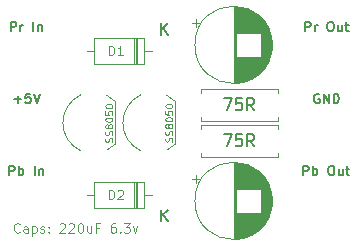
<source format=gbr>
%TF.GenerationSoftware,KiCad,Pcbnew,7.0.9*%
%TF.CreationDate,2024-01-07T22:21:07-08:00*%
%TF.ProjectId,snesypbpr-enhanced,736e6573-7970-4627-9072-2d656e68616e,rev?*%
%TF.SameCoordinates,Original*%
%TF.FileFunction,Legend,Top*%
%TF.FilePolarity,Positive*%
%FSLAX46Y46*%
G04 Gerber Fmt 4.6, Leading zero omitted, Abs format (unit mm)*
G04 Created by KiCad (PCBNEW 7.0.9) date 2024-01-07 22:21:07*
%MOMM*%
%LPD*%
G01*
G04 APERTURE LIST*
%ADD10C,0.100000*%
%ADD11C,0.150000*%
%ADD12C,0.120000*%
G04 APERTURE END LIST*
D10*
X124098800Y-66113925D02*
X124127371Y-66028211D01*
X124127371Y-66028211D02*
X124127371Y-65885353D01*
X124127371Y-65885353D02*
X124098800Y-65828211D01*
X124098800Y-65828211D02*
X124070228Y-65799639D01*
X124070228Y-65799639D02*
X124013085Y-65771068D01*
X124013085Y-65771068D02*
X123955942Y-65771068D01*
X123955942Y-65771068D02*
X123898800Y-65799639D01*
X123898800Y-65799639D02*
X123870228Y-65828211D01*
X123870228Y-65828211D02*
X123841657Y-65885353D01*
X123841657Y-65885353D02*
X123813085Y-65999639D01*
X123813085Y-65999639D02*
X123784514Y-66056782D01*
X123784514Y-66056782D02*
X123755942Y-66085353D01*
X123755942Y-66085353D02*
X123698800Y-66113925D01*
X123698800Y-66113925D02*
X123641657Y-66113925D01*
X123641657Y-66113925D02*
X123584514Y-66085353D01*
X123584514Y-66085353D02*
X123555942Y-66056782D01*
X123555942Y-66056782D02*
X123527371Y-65999639D01*
X123527371Y-65999639D02*
X123527371Y-65856782D01*
X123527371Y-65856782D02*
X123555942Y-65771068D01*
X124098800Y-65542496D02*
X124127371Y-65456782D01*
X124127371Y-65456782D02*
X124127371Y-65313924D01*
X124127371Y-65313924D02*
X124098800Y-65256782D01*
X124098800Y-65256782D02*
X124070228Y-65228210D01*
X124070228Y-65228210D02*
X124013085Y-65199639D01*
X124013085Y-65199639D02*
X123955942Y-65199639D01*
X123955942Y-65199639D02*
X123898800Y-65228210D01*
X123898800Y-65228210D02*
X123870228Y-65256782D01*
X123870228Y-65256782D02*
X123841657Y-65313924D01*
X123841657Y-65313924D02*
X123813085Y-65428210D01*
X123813085Y-65428210D02*
X123784514Y-65485353D01*
X123784514Y-65485353D02*
X123755942Y-65513924D01*
X123755942Y-65513924D02*
X123698800Y-65542496D01*
X123698800Y-65542496D02*
X123641657Y-65542496D01*
X123641657Y-65542496D02*
X123584514Y-65513924D01*
X123584514Y-65513924D02*
X123555942Y-65485353D01*
X123555942Y-65485353D02*
X123527371Y-65428210D01*
X123527371Y-65428210D02*
X123527371Y-65285353D01*
X123527371Y-65285353D02*
X123555942Y-65199639D01*
X123784514Y-64856781D02*
X123755942Y-64913924D01*
X123755942Y-64913924D02*
X123727371Y-64942495D01*
X123727371Y-64942495D02*
X123670228Y-64971067D01*
X123670228Y-64971067D02*
X123641657Y-64971067D01*
X123641657Y-64971067D02*
X123584514Y-64942495D01*
X123584514Y-64942495D02*
X123555942Y-64913924D01*
X123555942Y-64913924D02*
X123527371Y-64856781D01*
X123527371Y-64856781D02*
X123527371Y-64742495D01*
X123527371Y-64742495D02*
X123555942Y-64685353D01*
X123555942Y-64685353D02*
X123584514Y-64656781D01*
X123584514Y-64656781D02*
X123641657Y-64628210D01*
X123641657Y-64628210D02*
X123670228Y-64628210D01*
X123670228Y-64628210D02*
X123727371Y-64656781D01*
X123727371Y-64656781D02*
X123755942Y-64685353D01*
X123755942Y-64685353D02*
X123784514Y-64742495D01*
X123784514Y-64742495D02*
X123784514Y-64856781D01*
X123784514Y-64856781D02*
X123813085Y-64913924D01*
X123813085Y-64913924D02*
X123841657Y-64942495D01*
X123841657Y-64942495D02*
X123898800Y-64971067D01*
X123898800Y-64971067D02*
X124013085Y-64971067D01*
X124013085Y-64971067D02*
X124070228Y-64942495D01*
X124070228Y-64942495D02*
X124098800Y-64913924D01*
X124098800Y-64913924D02*
X124127371Y-64856781D01*
X124127371Y-64856781D02*
X124127371Y-64742495D01*
X124127371Y-64742495D02*
X124098800Y-64685353D01*
X124098800Y-64685353D02*
X124070228Y-64656781D01*
X124070228Y-64656781D02*
X124013085Y-64628210D01*
X124013085Y-64628210D02*
X123898800Y-64628210D01*
X123898800Y-64628210D02*
X123841657Y-64656781D01*
X123841657Y-64656781D02*
X123813085Y-64685353D01*
X123813085Y-64685353D02*
X123784514Y-64742495D01*
X123527371Y-64256781D02*
X123527371Y-64199638D01*
X123527371Y-64199638D02*
X123555942Y-64142495D01*
X123555942Y-64142495D02*
X123584514Y-64113924D01*
X123584514Y-64113924D02*
X123641657Y-64085352D01*
X123641657Y-64085352D02*
X123755942Y-64056781D01*
X123755942Y-64056781D02*
X123898800Y-64056781D01*
X123898800Y-64056781D02*
X124013085Y-64085352D01*
X124013085Y-64085352D02*
X124070228Y-64113924D01*
X124070228Y-64113924D02*
X124098800Y-64142495D01*
X124098800Y-64142495D02*
X124127371Y-64199638D01*
X124127371Y-64199638D02*
X124127371Y-64256781D01*
X124127371Y-64256781D02*
X124098800Y-64313924D01*
X124098800Y-64313924D02*
X124070228Y-64342495D01*
X124070228Y-64342495D02*
X124013085Y-64371066D01*
X124013085Y-64371066D02*
X123898800Y-64399638D01*
X123898800Y-64399638D02*
X123755942Y-64399638D01*
X123755942Y-64399638D02*
X123641657Y-64371066D01*
X123641657Y-64371066D02*
X123584514Y-64342495D01*
X123584514Y-64342495D02*
X123555942Y-64313924D01*
X123555942Y-64313924D02*
X123527371Y-64256781D01*
X123527371Y-63513923D02*
X123527371Y-63799637D01*
X123527371Y-63799637D02*
X123813085Y-63828209D01*
X123813085Y-63828209D02*
X123784514Y-63799637D01*
X123784514Y-63799637D02*
X123755942Y-63742495D01*
X123755942Y-63742495D02*
X123755942Y-63599637D01*
X123755942Y-63599637D02*
X123784514Y-63542495D01*
X123784514Y-63542495D02*
X123813085Y-63513923D01*
X123813085Y-63513923D02*
X123870228Y-63485352D01*
X123870228Y-63485352D02*
X124013085Y-63485352D01*
X124013085Y-63485352D02*
X124070228Y-63513923D01*
X124070228Y-63513923D02*
X124098800Y-63542495D01*
X124098800Y-63542495D02*
X124127371Y-63599637D01*
X124127371Y-63599637D02*
X124127371Y-63742495D01*
X124127371Y-63742495D02*
X124098800Y-63799637D01*
X124098800Y-63799637D02*
X124070228Y-63828209D01*
X123527371Y-63113923D02*
X123527371Y-63056780D01*
X123527371Y-63056780D02*
X123555942Y-62999637D01*
X123555942Y-62999637D02*
X123584514Y-62971066D01*
X123584514Y-62971066D02*
X123641657Y-62942494D01*
X123641657Y-62942494D02*
X123755942Y-62913923D01*
X123755942Y-62913923D02*
X123898800Y-62913923D01*
X123898800Y-62913923D02*
X124013085Y-62942494D01*
X124013085Y-62942494D02*
X124070228Y-62971066D01*
X124070228Y-62971066D02*
X124098800Y-62999637D01*
X124098800Y-62999637D02*
X124127371Y-63056780D01*
X124127371Y-63056780D02*
X124127371Y-63113923D01*
X124127371Y-63113923D02*
X124098800Y-63171066D01*
X124098800Y-63171066D02*
X124070228Y-63199637D01*
X124070228Y-63199637D02*
X124013085Y-63228208D01*
X124013085Y-63228208D02*
X123898800Y-63256780D01*
X123898800Y-63256780D02*
X123755942Y-63256780D01*
X123755942Y-63256780D02*
X123641657Y-63228208D01*
X123641657Y-63228208D02*
X123584514Y-63199637D01*
X123584514Y-63199637D02*
X123555942Y-63171066D01*
X123555942Y-63171066D02*
X123527371Y-63113923D01*
X111203408Y-73734704D02*
X111165312Y-73772800D01*
X111165312Y-73772800D02*
X111051027Y-73810895D01*
X111051027Y-73810895D02*
X110974836Y-73810895D01*
X110974836Y-73810895D02*
X110860550Y-73772800D01*
X110860550Y-73772800D02*
X110784360Y-73696609D01*
X110784360Y-73696609D02*
X110746265Y-73620419D01*
X110746265Y-73620419D02*
X110708169Y-73468038D01*
X110708169Y-73468038D02*
X110708169Y-73353752D01*
X110708169Y-73353752D02*
X110746265Y-73201371D01*
X110746265Y-73201371D02*
X110784360Y-73125180D01*
X110784360Y-73125180D02*
X110860550Y-73048990D01*
X110860550Y-73048990D02*
X110974836Y-73010895D01*
X110974836Y-73010895D02*
X111051027Y-73010895D01*
X111051027Y-73010895D02*
X111165312Y-73048990D01*
X111165312Y-73048990D02*
X111203408Y-73087085D01*
X111889122Y-73810895D02*
X111889122Y-73391847D01*
X111889122Y-73391847D02*
X111851027Y-73315657D01*
X111851027Y-73315657D02*
X111774836Y-73277561D01*
X111774836Y-73277561D02*
X111622455Y-73277561D01*
X111622455Y-73277561D02*
X111546265Y-73315657D01*
X111889122Y-73772800D02*
X111812931Y-73810895D01*
X111812931Y-73810895D02*
X111622455Y-73810895D01*
X111622455Y-73810895D02*
X111546265Y-73772800D01*
X111546265Y-73772800D02*
X111508169Y-73696609D01*
X111508169Y-73696609D02*
X111508169Y-73620419D01*
X111508169Y-73620419D02*
X111546265Y-73544228D01*
X111546265Y-73544228D02*
X111622455Y-73506133D01*
X111622455Y-73506133D02*
X111812931Y-73506133D01*
X111812931Y-73506133D02*
X111889122Y-73468038D01*
X112270075Y-73277561D02*
X112270075Y-74077561D01*
X112270075Y-73315657D02*
X112346265Y-73277561D01*
X112346265Y-73277561D02*
X112498646Y-73277561D01*
X112498646Y-73277561D02*
X112574837Y-73315657D01*
X112574837Y-73315657D02*
X112612932Y-73353752D01*
X112612932Y-73353752D02*
X112651027Y-73429942D01*
X112651027Y-73429942D02*
X112651027Y-73658514D01*
X112651027Y-73658514D02*
X112612932Y-73734704D01*
X112612932Y-73734704D02*
X112574837Y-73772800D01*
X112574837Y-73772800D02*
X112498646Y-73810895D01*
X112498646Y-73810895D02*
X112346265Y-73810895D01*
X112346265Y-73810895D02*
X112270075Y-73772800D01*
X112955789Y-73772800D02*
X113031980Y-73810895D01*
X113031980Y-73810895D02*
X113184361Y-73810895D01*
X113184361Y-73810895D02*
X113260551Y-73772800D01*
X113260551Y-73772800D02*
X113298647Y-73696609D01*
X113298647Y-73696609D02*
X113298647Y-73658514D01*
X113298647Y-73658514D02*
X113260551Y-73582323D01*
X113260551Y-73582323D02*
X113184361Y-73544228D01*
X113184361Y-73544228D02*
X113070075Y-73544228D01*
X113070075Y-73544228D02*
X112993885Y-73506133D01*
X112993885Y-73506133D02*
X112955789Y-73429942D01*
X112955789Y-73429942D02*
X112955789Y-73391847D01*
X112955789Y-73391847D02*
X112993885Y-73315657D01*
X112993885Y-73315657D02*
X113070075Y-73277561D01*
X113070075Y-73277561D02*
X113184361Y-73277561D01*
X113184361Y-73277561D02*
X113260551Y-73315657D01*
X113641504Y-73734704D02*
X113679599Y-73772800D01*
X113679599Y-73772800D02*
X113641504Y-73810895D01*
X113641504Y-73810895D02*
X113603408Y-73772800D01*
X113603408Y-73772800D02*
X113641504Y-73734704D01*
X113641504Y-73734704D02*
X113641504Y-73810895D01*
X113641504Y-73315657D02*
X113679599Y-73353752D01*
X113679599Y-73353752D02*
X113641504Y-73391847D01*
X113641504Y-73391847D02*
X113603408Y-73353752D01*
X113603408Y-73353752D02*
X113641504Y-73315657D01*
X113641504Y-73315657D02*
X113641504Y-73391847D01*
X114593884Y-73087085D02*
X114631980Y-73048990D01*
X114631980Y-73048990D02*
X114708170Y-73010895D01*
X114708170Y-73010895D02*
X114898646Y-73010895D01*
X114898646Y-73010895D02*
X114974837Y-73048990D01*
X114974837Y-73048990D02*
X115012932Y-73087085D01*
X115012932Y-73087085D02*
X115051027Y-73163276D01*
X115051027Y-73163276D02*
X115051027Y-73239466D01*
X115051027Y-73239466D02*
X115012932Y-73353752D01*
X115012932Y-73353752D02*
X114555789Y-73810895D01*
X114555789Y-73810895D02*
X115051027Y-73810895D01*
X115355789Y-73087085D02*
X115393885Y-73048990D01*
X115393885Y-73048990D02*
X115470075Y-73010895D01*
X115470075Y-73010895D02*
X115660551Y-73010895D01*
X115660551Y-73010895D02*
X115736742Y-73048990D01*
X115736742Y-73048990D02*
X115774837Y-73087085D01*
X115774837Y-73087085D02*
X115812932Y-73163276D01*
X115812932Y-73163276D02*
X115812932Y-73239466D01*
X115812932Y-73239466D02*
X115774837Y-73353752D01*
X115774837Y-73353752D02*
X115317694Y-73810895D01*
X115317694Y-73810895D02*
X115812932Y-73810895D01*
X116308171Y-73010895D02*
X116384361Y-73010895D01*
X116384361Y-73010895D02*
X116460552Y-73048990D01*
X116460552Y-73048990D02*
X116498647Y-73087085D01*
X116498647Y-73087085D02*
X116536742Y-73163276D01*
X116536742Y-73163276D02*
X116574837Y-73315657D01*
X116574837Y-73315657D02*
X116574837Y-73506133D01*
X116574837Y-73506133D02*
X116536742Y-73658514D01*
X116536742Y-73658514D02*
X116498647Y-73734704D01*
X116498647Y-73734704D02*
X116460552Y-73772800D01*
X116460552Y-73772800D02*
X116384361Y-73810895D01*
X116384361Y-73810895D02*
X116308171Y-73810895D01*
X116308171Y-73810895D02*
X116231980Y-73772800D01*
X116231980Y-73772800D02*
X116193885Y-73734704D01*
X116193885Y-73734704D02*
X116155790Y-73658514D01*
X116155790Y-73658514D02*
X116117694Y-73506133D01*
X116117694Y-73506133D02*
X116117694Y-73315657D01*
X116117694Y-73315657D02*
X116155790Y-73163276D01*
X116155790Y-73163276D02*
X116193885Y-73087085D01*
X116193885Y-73087085D02*
X116231980Y-73048990D01*
X116231980Y-73048990D02*
X116308171Y-73010895D01*
X117260552Y-73277561D02*
X117260552Y-73810895D01*
X116917695Y-73277561D02*
X116917695Y-73696609D01*
X116917695Y-73696609D02*
X116955790Y-73772800D01*
X116955790Y-73772800D02*
X117031980Y-73810895D01*
X117031980Y-73810895D02*
X117146266Y-73810895D01*
X117146266Y-73810895D02*
X117222457Y-73772800D01*
X117222457Y-73772800D02*
X117260552Y-73734704D01*
X117908171Y-73391847D02*
X117641505Y-73391847D01*
X117641505Y-73810895D02*
X117641505Y-73010895D01*
X117641505Y-73010895D02*
X118022457Y-73010895D01*
X119279600Y-73010895D02*
X119127219Y-73010895D01*
X119127219Y-73010895D02*
X119051028Y-73048990D01*
X119051028Y-73048990D02*
X119012933Y-73087085D01*
X119012933Y-73087085D02*
X118936743Y-73201371D01*
X118936743Y-73201371D02*
X118898647Y-73353752D01*
X118898647Y-73353752D02*
X118898647Y-73658514D01*
X118898647Y-73658514D02*
X118936743Y-73734704D01*
X118936743Y-73734704D02*
X118974838Y-73772800D01*
X118974838Y-73772800D02*
X119051028Y-73810895D01*
X119051028Y-73810895D02*
X119203409Y-73810895D01*
X119203409Y-73810895D02*
X119279600Y-73772800D01*
X119279600Y-73772800D02*
X119317695Y-73734704D01*
X119317695Y-73734704D02*
X119355790Y-73658514D01*
X119355790Y-73658514D02*
X119355790Y-73468038D01*
X119355790Y-73468038D02*
X119317695Y-73391847D01*
X119317695Y-73391847D02*
X119279600Y-73353752D01*
X119279600Y-73353752D02*
X119203409Y-73315657D01*
X119203409Y-73315657D02*
X119051028Y-73315657D01*
X119051028Y-73315657D02*
X118974838Y-73353752D01*
X118974838Y-73353752D02*
X118936743Y-73391847D01*
X118936743Y-73391847D02*
X118898647Y-73468038D01*
X119698648Y-73734704D02*
X119736743Y-73772800D01*
X119736743Y-73772800D02*
X119698648Y-73810895D01*
X119698648Y-73810895D02*
X119660552Y-73772800D01*
X119660552Y-73772800D02*
X119698648Y-73734704D01*
X119698648Y-73734704D02*
X119698648Y-73810895D01*
X120003409Y-73010895D02*
X120498647Y-73010895D01*
X120498647Y-73010895D02*
X120231981Y-73315657D01*
X120231981Y-73315657D02*
X120346266Y-73315657D01*
X120346266Y-73315657D02*
X120422457Y-73353752D01*
X120422457Y-73353752D02*
X120460552Y-73391847D01*
X120460552Y-73391847D02*
X120498647Y-73468038D01*
X120498647Y-73468038D02*
X120498647Y-73658514D01*
X120498647Y-73658514D02*
X120460552Y-73734704D01*
X120460552Y-73734704D02*
X120422457Y-73772800D01*
X120422457Y-73772800D02*
X120346266Y-73810895D01*
X120346266Y-73810895D02*
X120117695Y-73810895D01*
X120117695Y-73810895D02*
X120041504Y-73772800D01*
X120041504Y-73772800D02*
X120003409Y-73734704D01*
X120765314Y-73277561D02*
X120955790Y-73810895D01*
X120955790Y-73810895D02*
X121146267Y-73277561D01*
X119018800Y-66135925D02*
X119047371Y-66050211D01*
X119047371Y-66050211D02*
X119047371Y-65907353D01*
X119047371Y-65907353D02*
X119018800Y-65850211D01*
X119018800Y-65850211D02*
X118990228Y-65821639D01*
X118990228Y-65821639D02*
X118933085Y-65793068D01*
X118933085Y-65793068D02*
X118875942Y-65793068D01*
X118875942Y-65793068D02*
X118818800Y-65821639D01*
X118818800Y-65821639D02*
X118790228Y-65850211D01*
X118790228Y-65850211D02*
X118761657Y-65907353D01*
X118761657Y-65907353D02*
X118733085Y-66021639D01*
X118733085Y-66021639D02*
X118704514Y-66078782D01*
X118704514Y-66078782D02*
X118675942Y-66107353D01*
X118675942Y-66107353D02*
X118618800Y-66135925D01*
X118618800Y-66135925D02*
X118561657Y-66135925D01*
X118561657Y-66135925D02*
X118504514Y-66107353D01*
X118504514Y-66107353D02*
X118475942Y-66078782D01*
X118475942Y-66078782D02*
X118447371Y-66021639D01*
X118447371Y-66021639D02*
X118447371Y-65878782D01*
X118447371Y-65878782D02*
X118475942Y-65793068D01*
X119018800Y-65564496D02*
X119047371Y-65478782D01*
X119047371Y-65478782D02*
X119047371Y-65335924D01*
X119047371Y-65335924D02*
X119018800Y-65278782D01*
X119018800Y-65278782D02*
X118990228Y-65250210D01*
X118990228Y-65250210D02*
X118933085Y-65221639D01*
X118933085Y-65221639D02*
X118875942Y-65221639D01*
X118875942Y-65221639D02*
X118818800Y-65250210D01*
X118818800Y-65250210D02*
X118790228Y-65278782D01*
X118790228Y-65278782D02*
X118761657Y-65335924D01*
X118761657Y-65335924D02*
X118733085Y-65450210D01*
X118733085Y-65450210D02*
X118704514Y-65507353D01*
X118704514Y-65507353D02*
X118675942Y-65535924D01*
X118675942Y-65535924D02*
X118618800Y-65564496D01*
X118618800Y-65564496D02*
X118561657Y-65564496D01*
X118561657Y-65564496D02*
X118504514Y-65535924D01*
X118504514Y-65535924D02*
X118475942Y-65507353D01*
X118475942Y-65507353D02*
X118447371Y-65450210D01*
X118447371Y-65450210D02*
X118447371Y-65307353D01*
X118447371Y-65307353D02*
X118475942Y-65221639D01*
X118704514Y-64878781D02*
X118675942Y-64935924D01*
X118675942Y-64935924D02*
X118647371Y-64964495D01*
X118647371Y-64964495D02*
X118590228Y-64993067D01*
X118590228Y-64993067D02*
X118561657Y-64993067D01*
X118561657Y-64993067D02*
X118504514Y-64964495D01*
X118504514Y-64964495D02*
X118475942Y-64935924D01*
X118475942Y-64935924D02*
X118447371Y-64878781D01*
X118447371Y-64878781D02*
X118447371Y-64764495D01*
X118447371Y-64764495D02*
X118475942Y-64707353D01*
X118475942Y-64707353D02*
X118504514Y-64678781D01*
X118504514Y-64678781D02*
X118561657Y-64650210D01*
X118561657Y-64650210D02*
X118590228Y-64650210D01*
X118590228Y-64650210D02*
X118647371Y-64678781D01*
X118647371Y-64678781D02*
X118675942Y-64707353D01*
X118675942Y-64707353D02*
X118704514Y-64764495D01*
X118704514Y-64764495D02*
X118704514Y-64878781D01*
X118704514Y-64878781D02*
X118733085Y-64935924D01*
X118733085Y-64935924D02*
X118761657Y-64964495D01*
X118761657Y-64964495D02*
X118818800Y-64993067D01*
X118818800Y-64993067D02*
X118933085Y-64993067D01*
X118933085Y-64993067D02*
X118990228Y-64964495D01*
X118990228Y-64964495D02*
X119018800Y-64935924D01*
X119018800Y-64935924D02*
X119047371Y-64878781D01*
X119047371Y-64878781D02*
X119047371Y-64764495D01*
X119047371Y-64764495D02*
X119018800Y-64707353D01*
X119018800Y-64707353D02*
X118990228Y-64678781D01*
X118990228Y-64678781D02*
X118933085Y-64650210D01*
X118933085Y-64650210D02*
X118818800Y-64650210D01*
X118818800Y-64650210D02*
X118761657Y-64678781D01*
X118761657Y-64678781D02*
X118733085Y-64707353D01*
X118733085Y-64707353D02*
X118704514Y-64764495D01*
X118447371Y-64278781D02*
X118447371Y-64221638D01*
X118447371Y-64221638D02*
X118475942Y-64164495D01*
X118475942Y-64164495D02*
X118504514Y-64135924D01*
X118504514Y-64135924D02*
X118561657Y-64107352D01*
X118561657Y-64107352D02*
X118675942Y-64078781D01*
X118675942Y-64078781D02*
X118818800Y-64078781D01*
X118818800Y-64078781D02*
X118933085Y-64107352D01*
X118933085Y-64107352D02*
X118990228Y-64135924D01*
X118990228Y-64135924D02*
X119018800Y-64164495D01*
X119018800Y-64164495D02*
X119047371Y-64221638D01*
X119047371Y-64221638D02*
X119047371Y-64278781D01*
X119047371Y-64278781D02*
X119018800Y-64335924D01*
X119018800Y-64335924D02*
X118990228Y-64364495D01*
X118990228Y-64364495D02*
X118933085Y-64393066D01*
X118933085Y-64393066D02*
X118818800Y-64421638D01*
X118818800Y-64421638D02*
X118675942Y-64421638D01*
X118675942Y-64421638D02*
X118561657Y-64393066D01*
X118561657Y-64393066D02*
X118504514Y-64364495D01*
X118504514Y-64364495D02*
X118475942Y-64335924D01*
X118475942Y-64335924D02*
X118447371Y-64278781D01*
X118447371Y-63535923D02*
X118447371Y-63821637D01*
X118447371Y-63821637D02*
X118733085Y-63850209D01*
X118733085Y-63850209D02*
X118704514Y-63821637D01*
X118704514Y-63821637D02*
X118675942Y-63764495D01*
X118675942Y-63764495D02*
X118675942Y-63621637D01*
X118675942Y-63621637D02*
X118704514Y-63564495D01*
X118704514Y-63564495D02*
X118733085Y-63535923D01*
X118733085Y-63535923D02*
X118790228Y-63507352D01*
X118790228Y-63507352D02*
X118933085Y-63507352D01*
X118933085Y-63507352D02*
X118990228Y-63535923D01*
X118990228Y-63535923D02*
X119018800Y-63564495D01*
X119018800Y-63564495D02*
X119047371Y-63621637D01*
X119047371Y-63621637D02*
X119047371Y-63764495D01*
X119047371Y-63764495D02*
X119018800Y-63821637D01*
X119018800Y-63821637D02*
X118990228Y-63850209D01*
X118447371Y-63135923D02*
X118447371Y-63078780D01*
X118447371Y-63078780D02*
X118475942Y-63021637D01*
X118475942Y-63021637D02*
X118504514Y-62993066D01*
X118504514Y-62993066D02*
X118561657Y-62964494D01*
X118561657Y-62964494D02*
X118675942Y-62935923D01*
X118675942Y-62935923D02*
X118818800Y-62935923D01*
X118818800Y-62935923D02*
X118933085Y-62964494D01*
X118933085Y-62964494D02*
X118990228Y-62993066D01*
X118990228Y-62993066D02*
X119018800Y-63021637D01*
X119018800Y-63021637D02*
X119047371Y-63078780D01*
X119047371Y-63078780D02*
X119047371Y-63135923D01*
X119047371Y-63135923D02*
X119018800Y-63193066D01*
X119018800Y-63193066D02*
X118990228Y-63221637D01*
X118990228Y-63221637D02*
X118933085Y-63250208D01*
X118933085Y-63250208D02*
X118818800Y-63278780D01*
X118818800Y-63278780D02*
X118675942Y-63278780D01*
X118675942Y-63278780D02*
X118561657Y-63250208D01*
X118561657Y-63250208D02*
X118504514Y-63221637D01*
X118504514Y-63221637D02*
X118475942Y-63193066D01*
X118475942Y-63193066D02*
X118447371Y-63135923D01*
D11*
X110445714Y-56750295D02*
X110445714Y-55950295D01*
X110445714Y-55950295D02*
X110750476Y-55950295D01*
X110750476Y-55950295D02*
X110826666Y-55988390D01*
X110826666Y-55988390D02*
X110864761Y-56026485D01*
X110864761Y-56026485D02*
X110902857Y-56102676D01*
X110902857Y-56102676D02*
X110902857Y-56216961D01*
X110902857Y-56216961D02*
X110864761Y-56293152D01*
X110864761Y-56293152D02*
X110826666Y-56331247D01*
X110826666Y-56331247D02*
X110750476Y-56369342D01*
X110750476Y-56369342D02*
X110445714Y-56369342D01*
X111245714Y-56750295D02*
X111245714Y-56216961D01*
X111245714Y-56369342D02*
X111283809Y-56293152D01*
X111283809Y-56293152D02*
X111321904Y-56255057D01*
X111321904Y-56255057D02*
X111398095Y-56216961D01*
X111398095Y-56216961D02*
X111474285Y-56216961D01*
X112350476Y-56750295D02*
X112350476Y-55950295D01*
X112731428Y-56216961D02*
X112731428Y-56750295D01*
X112731428Y-56293152D02*
X112769523Y-56255057D01*
X112769523Y-56255057D02*
X112845713Y-56216961D01*
X112845713Y-56216961D02*
X112959999Y-56216961D01*
X112959999Y-56216961D02*
X113036190Y-56255057D01*
X113036190Y-56255057D02*
X113074285Y-56331247D01*
X113074285Y-56331247D02*
X113074285Y-56750295D01*
X110731429Y-62541533D02*
X111340953Y-62541533D01*
X111036191Y-62846295D02*
X111036191Y-62236771D01*
X112102857Y-62046295D02*
X111721905Y-62046295D01*
X111721905Y-62046295D02*
X111683809Y-62427247D01*
X111683809Y-62427247D02*
X111721905Y-62389152D01*
X111721905Y-62389152D02*
X111798095Y-62351057D01*
X111798095Y-62351057D02*
X111988571Y-62351057D01*
X111988571Y-62351057D02*
X112064762Y-62389152D01*
X112064762Y-62389152D02*
X112102857Y-62427247D01*
X112102857Y-62427247D02*
X112140952Y-62503438D01*
X112140952Y-62503438D02*
X112140952Y-62693914D01*
X112140952Y-62693914D02*
X112102857Y-62770104D01*
X112102857Y-62770104D02*
X112064762Y-62808200D01*
X112064762Y-62808200D02*
X111988571Y-62846295D01*
X111988571Y-62846295D02*
X111798095Y-62846295D01*
X111798095Y-62846295D02*
X111721905Y-62808200D01*
X111721905Y-62808200D02*
X111683809Y-62770104D01*
X112369524Y-62046295D02*
X112636191Y-62846295D01*
X112636191Y-62846295D02*
X112902857Y-62046295D01*
X110331428Y-68942295D02*
X110331428Y-68142295D01*
X110331428Y-68142295D02*
X110636190Y-68142295D01*
X110636190Y-68142295D02*
X110712380Y-68180390D01*
X110712380Y-68180390D02*
X110750475Y-68218485D01*
X110750475Y-68218485D02*
X110788571Y-68294676D01*
X110788571Y-68294676D02*
X110788571Y-68408961D01*
X110788571Y-68408961D02*
X110750475Y-68485152D01*
X110750475Y-68485152D02*
X110712380Y-68523247D01*
X110712380Y-68523247D02*
X110636190Y-68561342D01*
X110636190Y-68561342D02*
X110331428Y-68561342D01*
X111131428Y-68942295D02*
X111131428Y-68142295D01*
X111131428Y-68447057D02*
X111207618Y-68408961D01*
X111207618Y-68408961D02*
X111359999Y-68408961D01*
X111359999Y-68408961D02*
X111436190Y-68447057D01*
X111436190Y-68447057D02*
X111474285Y-68485152D01*
X111474285Y-68485152D02*
X111512380Y-68561342D01*
X111512380Y-68561342D02*
X111512380Y-68789914D01*
X111512380Y-68789914D02*
X111474285Y-68866104D01*
X111474285Y-68866104D02*
X111436190Y-68904200D01*
X111436190Y-68904200D02*
X111359999Y-68942295D01*
X111359999Y-68942295D02*
X111207618Y-68942295D01*
X111207618Y-68942295D02*
X111131428Y-68904200D01*
X112464762Y-68942295D02*
X112464762Y-68142295D01*
X112845714Y-68408961D02*
X112845714Y-68942295D01*
X112845714Y-68485152D02*
X112883809Y-68447057D01*
X112883809Y-68447057D02*
X112959999Y-68408961D01*
X112959999Y-68408961D02*
X113074285Y-68408961D01*
X113074285Y-68408961D02*
X113150476Y-68447057D01*
X113150476Y-68447057D02*
X113188571Y-68523247D01*
X113188571Y-68523247D02*
X113188571Y-68942295D01*
D12*
X118743524Y-58783855D02*
X118743524Y-57983855D01*
X118743524Y-57983855D02*
X118934000Y-57983855D01*
X118934000Y-57983855D02*
X119048286Y-58021950D01*
X119048286Y-58021950D02*
X119124476Y-58098140D01*
X119124476Y-58098140D02*
X119162571Y-58174331D01*
X119162571Y-58174331D02*
X119200667Y-58326712D01*
X119200667Y-58326712D02*
X119200667Y-58440998D01*
X119200667Y-58440998D02*
X119162571Y-58593379D01*
X119162571Y-58593379D02*
X119124476Y-58669569D01*
X119124476Y-58669569D02*
X119048286Y-58745760D01*
X119048286Y-58745760D02*
X118934000Y-58783855D01*
X118934000Y-58783855D02*
X118743524Y-58783855D01*
X119962571Y-58783855D02*
X119505428Y-58783855D01*
X119734000Y-58783855D02*
X119734000Y-57983855D01*
X119734000Y-57983855D02*
X119657809Y-58098140D01*
X119657809Y-58098140D02*
X119581619Y-58174331D01*
X119581619Y-58174331D02*
X119505428Y-58212426D01*
D11*
X123182095Y-57096819D02*
X123182095Y-56096819D01*
X123753523Y-57096819D02*
X123324952Y-56525390D01*
X123753523Y-56096819D02*
X123182095Y-56668247D01*
X123182095Y-72866819D02*
X123182095Y-71866819D01*
X123753523Y-72866819D02*
X123324952Y-72295390D01*
X123753523Y-71866819D02*
X123182095Y-72438247D01*
D12*
X118743524Y-70975855D02*
X118743524Y-70175855D01*
X118743524Y-70175855D02*
X118934000Y-70175855D01*
X118934000Y-70175855D02*
X119048286Y-70213950D01*
X119048286Y-70213950D02*
X119124476Y-70290140D01*
X119124476Y-70290140D02*
X119162571Y-70366331D01*
X119162571Y-70366331D02*
X119200667Y-70518712D01*
X119200667Y-70518712D02*
X119200667Y-70632998D01*
X119200667Y-70632998D02*
X119162571Y-70785379D01*
X119162571Y-70785379D02*
X119124476Y-70861569D01*
X119124476Y-70861569D02*
X119048286Y-70937760D01*
X119048286Y-70937760D02*
X118934000Y-70975855D01*
X118934000Y-70975855D02*
X118743524Y-70975855D01*
X119505428Y-70252045D02*
X119543524Y-70213950D01*
X119543524Y-70213950D02*
X119619714Y-70175855D01*
X119619714Y-70175855D02*
X119810190Y-70175855D01*
X119810190Y-70175855D02*
X119886381Y-70213950D01*
X119886381Y-70213950D02*
X119924476Y-70252045D01*
X119924476Y-70252045D02*
X119962571Y-70328236D01*
X119962571Y-70328236D02*
X119962571Y-70404426D01*
X119962571Y-70404426D02*
X119924476Y-70518712D01*
X119924476Y-70518712D02*
X119467333Y-70975855D01*
X119467333Y-70975855D02*
X119962571Y-70975855D01*
D11*
X128484476Y-62446819D02*
X129151142Y-62446819D01*
X129151142Y-62446819D02*
X128722571Y-63446819D01*
X130008285Y-62446819D02*
X129532095Y-62446819D01*
X129532095Y-62446819D02*
X129484476Y-62923009D01*
X129484476Y-62923009D02*
X129532095Y-62875390D01*
X129532095Y-62875390D02*
X129627333Y-62827771D01*
X129627333Y-62827771D02*
X129865428Y-62827771D01*
X129865428Y-62827771D02*
X129960666Y-62875390D01*
X129960666Y-62875390D02*
X130008285Y-62923009D01*
X130008285Y-62923009D02*
X130055904Y-63018247D01*
X130055904Y-63018247D02*
X130055904Y-63256342D01*
X130055904Y-63256342D02*
X130008285Y-63351580D01*
X130008285Y-63351580D02*
X129960666Y-63399200D01*
X129960666Y-63399200D02*
X129865428Y-63446819D01*
X129865428Y-63446819D02*
X129627333Y-63446819D01*
X129627333Y-63446819D02*
X129532095Y-63399200D01*
X129532095Y-63399200D02*
X129484476Y-63351580D01*
X131055904Y-63446819D02*
X130722571Y-62970628D01*
X130484476Y-63446819D02*
X130484476Y-62446819D01*
X130484476Y-62446819D02*
X130865428Y-62446819D01*
X130865428Y-62446819D02*
X130960666Y-62494438D01*
X130960666Y-62494438D02*
X131008285Y-62542057D01*
X131008285Y-62542057D02*
X131055904Y-62637295D01*
X131055904Y-62637295D02*
X131055904Y-62780152D01*
X131055904Y-62780152D02*
X131008285Y-62875390D01*
X131008285Y-62875390D02*
X130960666Y-62923009D01*
X130960666Y-62923009D02*
X130865428Y-62970628D01*
X130865428Y-62970628D02*
X130484476Y-62970628D01*
X136550476Y-62084390D02*
X136474286Y-62046295D01*
X136474286Y-62046295D02*
X136360000Y-62046295D01*
X136360000Y-62046295D02*
X136245714Y-62084390D01*
X136245714Y-62084390D02*
X136169524Y-62160580D01*
X136169524Y-62160580D02*
X136131429Y-62236771D01*
X136131429Y-62236771D02*
X136093333Y-62389152D01*
X136093333Y-62389152D02*
X136093333Y-62503438D01*
X136093333Y-62503438D02*
X136131429Y-62655819D01*
X136131429Y-62655819D02*
X136169524Y-62732009D01*
X136169524Y-62732009D02*
X136245714Y-62808200D01*
X136245714Y-62808200D02*
X136360000Y-62846295D01*
X136360000Y-62846295D02*
X136436191Y-62846295D01*
X136436191Y-62846295D02*
X136550476Y-62808200D01*
X136550476Y-62808200D02*
X136588572Y-62770104D01*
X136588572Y-62770104D02*
X136588572Y-62503438D01*
X136588572Y-62503438D02*
X136436191Y-62503438D01*
X136931429Y-62846295D02*
X136931429Y-62046295D01*
X136931429Y-62046295D02*
X137388572Y-62846295D01*
X137388572Y-62846295D02*
X137388572Y-62046295D01*
X137769524Y-62846295D02*
X137769524Y-62046295D01*
X137769524Y-62046295D02*
X137960000Y-62046295D01*
X137960000Y-62046295D02*
X138074286Y-62084390D01*
X138074286Y-62084390D02*
X138150476Y-62160580D01*
X138150476Y-62160580D02*
X138188571Y-62236771D01*
X138188571Y-62236771D02*
X138226667Y-62389152D01*
X138226667Y-62389152D02*
X138226667Y-62503438D01*
X138226667Y-62503438D02*
X138188571Y-62655819D01*
X138188571Y-62655819D02*
X138150476Y-62732009D01*
X138150476Y-62732009D02*
X138074286Y-62808200D01*
X138074286Y-62808200D02*
X137960000Y-62846295D01*
X137960000Y-62846295D02*
X137769524Y-62846295D01*
X135388571Y-56750295D02*
X135388571Y-55950295D01*
X135388571Y-55950295D02*
X135693333Y-55950295D01*
X135693333Y-55950295D02*
X135769523Y-55988390D01*
X135769523Y-55988390D02*
X135807618Y-56026485D01*
X135807618Y-56026485D02*
X135845714Y-56102676D01*
X135845714Y-56102676D02*
X135845714Y-56216961D01*
X135845714Y-56216961D02*
X135807618Y-56293152D01*
X135807618Y-56293152D02*
X135769523Y-56331247D01*
X135769523Y-56331247D02*
X135693333Y-56369342D01*
X135693333Y-56369342D02*
X135388571Y-56369342D01*
X136188571Y-56750295D02*
X136188571Y-56216961D01*
X136188571Y-56369342D02*
X136226666Y-56293152D01*
X136226666Y-56293152D02*
X136264761Y-56255057D01*
X136264761Y-56255057D02*
X136340952Y-56216961D01*
X136340952Y-56216961D02*
X136417142Y-56216961D01*
X137445714Y-55950295D02*
X137598095Y-55950295D01*
X137598095Y-55950295D02*
X137674285Y-55988390D01*
X137674285Y-55988390D02*
X137750476Y-56064580D01*
X137750476Y-56064580D02*
X137788571Y-56216961D01*
X137788571Y-56216961D02*
X137788571Y-56483628D01*
X137788571Y-56483628D02*
X137750476Y-56636009D01*
X137750476Y-56636009D02*
X137674285Y-56712200D01*
X137674285Y-56712200D02*
X137598095Y-56750295D01*
X137598095Y-56750295D02*
X137445714Y-56750295D01*
X137445714Y-56750295D02*
X137369523Y-56712200D01*
X137369523Y-56712200D02*
X137293333Y-56636009D01*
X137293333Y-56636009D02*
X137255237Y-56483628D01*
X137255237Y-56483628D02*
X137255237Y-56216961D01*
X137255237Y-56216961D02*
X137293333Y-56064580D01*
X137293333Y-56064580D02*
X137369523Y-55988390D01*
X137369523Y-55988390D02*
X137445714Y-55950295D01*
X138474285Y-56216961D02*
X138474285Y-56750295D01*
X138131428Y-56216961D02*
X138131428Y-56636009D01*
X138131428Y-56636009D02*
X138169523Y-56712200D01*
X138169523Y-56712200D02*
X138245713Y-56750295D01*
X138245713Y-56750295D02*
X138359999Y-56750295D01*
X138359999Y-56750295D02*
X138436190Y-56712200D01*
X138436190Y-56712200D02*
X138474285Y-56674104D01*
X138740952Y-56216961D02*
X139045714Y-56216961D01*
X138855238Y-55950295D02*
X138855238Y-56636009D01*
X138855238Y-56636009D02*
X138893333Y-56712200D01*
X138893333Y-56712200D02*
X138969523Y-56750295D01*
X138969523Y-56750295D02*
X139045714Y-56750295D01*
X128484476Y-65494819D02*
X129151142Y-65494819D01*
X129151142Y-65494819D02*
X128722571Y-66494819D01*
X130008285Y-65494819D02*
X129532095Y-65494819D01*
X129532095Y-65494819D02*
X129484476Y-65971009D01*
X129484476Y-65971009D02*
X129532095Y-65923390D01*
X129532095Y-65923390D02*
X129627333Y-65875771D01*
X129627333Y-65875771D02*
X129865428Y-65875771D01*
X129865428Y-65875771D02*
X129960666Y-65923390D01*
X129960666Y-65923390D02*
X130008285Y-65971009D01*
X130008285Y-65971009D02*
X130055904Y-66066247D01*
X130055904Y-66066247D02*
X130055904Y-66304342D01*
X130055904Y-66304342D02*
X130008285Y-66399580D01*
X130008285Y-66399580D02*
X129960666Y-66447200D01*
X129960666Y-66447200D02*
X129865428Y-66494819D01*
X129865428Y-66494819D02*
X129627333Y-66494819D01*
X129627333Y-66494819D02*
X129532095Y-66447200D01*
X129532095Y-66447200D02*
X129484476Y-66399580D01*
X131055904Y-66494819D02*
X130722571Y-66018628D01*
X130484476Y-66494819D02*
X130484476Y-65494819D01*
X130484476Y-65494819D02*
X130865428Y-65494819D01*
X130865428Y-65494819D02*
X130960666Y-65542438D01*
X130960666Y-65542438D02*
X131008285Y-65590057D01*
X131008285Y-65590057D02*
X131055904Y-65685295D01*
X131055904Y-65685295D02*
X131055904Y-65828152D01*
X131055904Y-65828152D02*
X131008285Y-65923390D01*
X131008285Y-65923390D02*
X130960666Y-65971009D01*
X130960666Y-65971009D02*
X130865428Y-66018628D01*
X130865428Y-66018628D02*
X130484476Y-66018628D01*
X135223485Y-68942295D02*
X135223485Y-68142295D01*
X135223485Y-68142295D02*
X135528247Y-68142295D01*
X135528247Y-68142295D02*
X135604437Y-68180390D01*
X135604437Y-68180390D02*
X135642532Y-68218485D01*
X135642532Y-68218485D02*
X135680628Y-68294676D01*
X135680628Y-68294676D02*
X135680628Y-68408961D01*
X135680628Y-68408961D02*
X135642532Y-68485152D01*
X135642532Y-68485152D02*
X135604437Y-68523247D01*
X135604437Y-68523247D02*
X135528247Y-68561342D01*
X135528247Y-68561342D02*
X135223485Y-68561342D01*
X136023485Y-68942295D02*
X136023485Y-68142295D01*
X136023485Y-68447057D02*
X136099675Y-68408961D01*
X136099675Y-68408961D02*
X136252056Y-68408961D01*
X136252056Y-68408961D02*
X136328247Y-68447057D01*
X136328247Y-68447057D02*
X136366342Y-68485152D01*
X136366342Y-68485152D02*
X136404437Y-68561342D01*
X136404437Y-68561342D02*
X136404437Y-68789914D01*
X136404437Y-68789914D02*
X136366342Y-68866104D01*
X136366342Y-68866104D02*
X136328247Y-68904200D01*
X136328247Y-68904200D02*
X136252056Y-68942295D01*
X136252056Y-68942295D02*
X136099675Y-68942295D01*
X136099675Y-68942295D02*
X136023485Y-68904200D01*
X137509200Y-68142295D02*
X137661581Y-68142295D01*
X137661581Y-68142295D02*
X137737771Y-68180390D01*
X137737771Y-68180390D02*
X137813962Y-68256580D01*
X137813962Y-68256580D02*
X137852057Y-68408961D01*
X137852057Y-68408961D02*
X137852057Y-68675628D01*
X137852057Y-68675628D02*
X137813962Y-68828009D01*
X137813962Y-68828009D02*
X137737771Y-68904200D01*
X137737771Y-68904200D02*
X137661581Y-68942295D01*
X137661581Y-68942295D02*
X137509200Y-68942295D01*
X137509200Y-68942295D02*
X137433009Y-68904200D01*
X137433009Y-68904200D02*
X137356819Y-68828009D01*
X137356819Y-68828009D02*
X137318723Y-68675628D01*
X137318723Y-68675628D02*
X137318723Y-68408961D01*
X137318723Y-68408961D02*
X137356819Y-68256580D01*
X137356819Y-68256580D02*
X137433009Y-68180390D01*
X137433009Y-68180390D02*
X137509200Y-68142295D01*
X138537771Y-68408961D02*
X138537771Y-68942295D01*
X138194914Y-68408961D02*
X138194914Y-68828009D01*
X138194914Y-68828009D02*
X138233009Y-68904200D01*
X138233009Y-68904200D02*
X138309199Y-68942295D01*
X138309199Y-68942295D02*
X138423485Y-68942295D01*
X138423485Y-68942295D02*
X138499676Y-68904200D01*
X138499676Y-68904200D02*
X138537771Y-68866104D01*
X138804438Y-68408961D02*
X139109200Y-68408961D01*
X138918724Y-68142295D02*
X138918724Y-68828009D01*
X138918724Y-68828009D02*
X138956819Y-68904200D01*
X138956819Y-68904200D02*
X139033009Y-68942295D01*
X139033009Y-68942295D02*
X139109200Y-68942295D01*
D12*
%TO.C,Q1*%
X124384000Y-66316000D02*
X124384000Y-62716000D01*
X119934001Y-64516000D02*
G75*
G03*
X121435193Y-66872399I2599999J0D01*
G01*
X123656795Y-66840183D02*
G75*
G03*
X124383999Y-66315999I-1122795J2324183D01*
G01*
X121435193Y-62159600D02*
G75*
G03*
X119934000Y-64516000I1098807J-2356400D01*
G01*
X124383999Y-62716001D02*
G75*
G03*
X123656795Y-62191817I-1849999J-1799999D01*
G01*
%TO.C,C1*%
X125805759Y-56073000D02*
X126435759Y-56073000D01*
X126120759Y-55758000D02*
X126120759Y-56388000D01*
X129306000Y-54682000D02*
X129306000Y-61142000D01*
X129346000Y-54682000D02*
X129346000Y-61142000D01*
X129386000Y-54682000D02*
X129386000Y-61142000D01*
X129426000Y-54684000D02*
X129426000Y-61140000D01*
X129466000Y-54685000D02*
X129466000Y-61139000D01*
X129506000Y-54688000D02*
X129506000Y-61136000D01*
X129546000Y-54690000D02*
X129546000Y-56872000D01*
X129546000Y-58952000D02*
X129546000Y-61134000D01*
X129586000Y-54694000D02*
X129586000Y-56872000D01*
X129586000Y-58952000D02*
X129586000Y-61130000D01*
X129626000Y-54697000D02*
X129626000Y-56872000D01*
X129626000Y-58952000D02*
X129626000Y-61127000D01*
X129666000Y-54701000D02*
X129666000Y-56872000D01*
X129666000Y-58952000D02*
X129666000Y-61123000D01*
X129706000Y-54706000D02*
X129706000Y-56872000D01*
X129706000Y-58952000D02*
X129706000Y-61118000D01*
X129746000Y-54711000D02*
X129746000Y-56872000D01*
X129746000Y-58952000D02*
X129746000Y-61113000D01*
X129786000Y-54717000D02*
X129786000Y-56872000D01*
X129786000Y-58952000D02*
X129786000Y-61107000D01*
X129826000Y-54723000D02*
X129826000Y-56872000D01*
X129826000Y-58952000D02*
X129826000Y-61101000D01*
X129866000Y-54730000D02*
X129866000Y-56872000D01*
X129866000Y-58952000D02*
X129866000Y-61094000D01*
X129906000Y-54737000D02*
X129906000Y-56872000D01*
X129906000Y-58952000D02*
X129906000Y-61087000D01*
X129946000Y-54745000D02*
X129946000Y-56872000D01*
X129946000Y-58952000D02*
X129946000Y-61079000D01*
X129986000Y-54753000D02*
X129986000Y-56872000D01*
X129986000Y-58952000D02*
X129986000Y-61071000D01*
X130027000Y-54762000D02*
X130027000Y-56872000D01*
X130027000Y-58952000D02*
X130027000Y-61062000D01*
X130067000Y-54771000D02*
X130067000Y-56872000D01*
X130067000Y-58952000D02*
X130067000Y-61053000D01*
X130107000Y-54781000D02*
X130107000Y-56872000D01*
X130107000Y-58952000D02*
X130107000Y-61043000D01*
X130147000Y-54791000D02*
X130147000Y-56872000D01*
X130147000Y-58952000D02*
X130147000Y-61033000D01*
X130187000Y-54802000D02*
X130187000Y-56872000D01*
X130187000Y-58952000D02*
X130187000Y-61022000D01*
X130227000Y-54814000D02*
X130227000Y-56872000D01*
X130227000Y-58952000D02*
X130227000Y-61010000D01*
X130267000Y-54826000D02*
X130267000Y-56872000D01*
X130267000Y-58952000D02*
X130267000Y-60998000D01*
X130307000Y-54838000D02*
X130307000Y-56872000D01*
X130307000Y-58952000D02*
X130307000Y-60986000D01*
X130347000Y-54851000D02*
X130347000Y-56872000D01*
X130347000Y-58952000D02*
X130347000Y-60973000D01*
X130387000Y-54865000D02*
X130387000Y-56872000D01*
X130387000Y-58952000D02*
X130387000Y-60959000D01*
X130427000Y-54879000D02*
X130427000Y-56872000D01*
X130427000Y-58952000D02*
X130427000Y-60945000D01*
X130467000Y-54894000D02*
X130467000Y-56872000D01*
X130467000Y-58952000D02*
X130467000Y-60930000D01*
X130507000Y-54910000D02*
X130507000Y-56872000D01*
X130507000Y-58952000D02*
X130507000Y-60914000D01*
X130547000Y-54926000D02*
X130547000Y-56872000D01*
X130547000Y-58952000D02*
X130547000Y-60898000D01*
X130587000Y-54942000D02*
X130587000Y-56872000D01*
X130587000Y-58952000D02*
X130587000Y-60882000D01*
X130627000Y-54960000D02*
X130627000Y-56872000D01*
X130627000Y-58952000D02*
X130627000Y-60864000D01*
X130667000Y-54978000D02*
X130667000Y-56872000D01*
X130667000Y-58952000D02*
X130667000Y-60846000D01*
X130707000Y-54996000D02*
X130707000Y-56872000D01*
X130707000Y-58952000D02*
X130707000Y-60828000D01*
X130747000Y-55016000D02*
X130747000Y-56872000D01*
X130747000Y-58952000D02*
X130747000Y-60808000D01*
X130787000Y-55036000D02*
X130787000Y-56872000D01*
X130787000Y-58952000D02*
X130787000Y-60788000D01*
X130827000Y-55056000D02*
X130827000Y-56872000D01*
X130827000Y-58952000D02*
X130827000Y-60768000D01*
X130867000Y-55078000D02*
X130867000Y-56872000D01*
X130867000Y-58952000D02*
X130867000Y-60746000D01*
X130907000Y-55100000D02*
X130907000Y-56872000D01*
X130907000Y-58952000D02*
X130907000Y-60724000D01*
X130947000Y-55122000D02*
X130947000Y-56872000D01*
X130947000Y-58952000D02*
X130947000Y-60702000D01*
X130987000Y-55146000D02*
X130987000Y-56872000D01*
X130987000Y-58952000D02*
X130987000Y-60678000D01*
X131027000Y-55170000D02*
X131027000Y-56872000D01*
X131027000Y-58952000D02*
X131027000Y-60654000D01*
X131067000Y-55196000D02*
X131067000Y-56872000D01*
X131067000Y-58952000D02*
X131067000Y-60628000D01*
X131107000Y-55222000D02*
X131107000Y-56872000D01*
X131107000Y-58952000D02*
X131107000Y-60602000D01*
X131147000Y-55248000D02*
X131147000Y-56872000D01*
X131147000Y-58952000D02*
X131147000Y-60576000D01*
X131187000Y-55276000D02*
X131187000Y-56872000D01*
X131187000Y-58952000D02*
X131187000Y-60548000D01*
X131227000Y-55305000D02*
X131227000Y-56872000D01*
X131227000Y-58952000D02*
X131227000Y-60519000D01*
X131267000Y-55334000D02*
X131267000Y-56872000D01*
X131267000Y-58952000D02*
X131267000Y-60490000D01*
X131307000Y-55364000D02*
X131307000Y-56872000D01*
X131307000Y-58952000D02*
X131307000Y-60460000D01*
X131347000Y-55396000D02*
X131347000Y-56872000D01*
X131347000Y-58952000D02*
X131347000Y-60428000D01*
X131387000Y-55428000D02*
X131387000Y-56872000D01*
X131387000Y-58952000D02*
X131387000Y-60396000D01*
X131427000Y-55462000D02*
X131427000Y-56872000D01*
X131427000Y-58952000D02*
X131427000Y-60362000D01*
X131467000Y-55496000D02*
X131467000Y-56872000D01*
X131467000Y-58952000D02*
X131467000Y-60328000D01*
X131507000Y-55532000D02*
X131507000Y-56872000D01*
X131507000Y-58952000D02*
X131507000Y-60292000D01*
X131547000Y-55569000D02*
X131547000Y-56872000D01*
X131547000Y-58952000D02*
X131547000Y-60255000D01*
X131587000Y-55607000D02*
X131587000Y-56872000D01*
X131587000Y-58952000D02*
X131587000Y-60217000D01*
X131627000Y-55647000D02*
X131627000Y-60177000D01*
X131667000Y-55688000D02*
X131667000Y-60136000D01*
X131707000Y-55730000D02*
X131707000Y-60094000D01*
X131747000Y-55775000D02*
X131747000Y-60049000D01*
X131787000Y-55820000D02*
X131787000Y-60004000D01*
X131827000Y-55868000D02*
X131827000Y-59956000D01*
X131867000Y-55917000D02*
X131867000Y-59907000D01*
X131907000Y-55968000D02*
X131907000Y-59856000D01*
X131947000Y-56022000D02*
X131947000Y-59802000D01*
X131987000Y-56078000D02*
X131987000Y-59746000D01*
X132027000Y-56136000D02*
X132027000Y-59688000D01*
X132067000Y-56198000D02*
X132067000Y-59626000D01*
X132107000Y-56262000D02*
X132107000Y-59562000D01*
X132147000Y-56331000D02*
X132147000Y-59493000D01*
X132187000Y-56403000D02*
X132187000Y-59421000D01*
X132227000Y-56480000D02*
X132227000Y-59344000D01*
X132267000Y-56562000D02*
X132267000Y-59262000D01*
X132307000Y-56650000D02*
X132307000Y-59174000D01*
X132347000Y-56747000D02*
X132347000Y-59077000D01*
X132387000Y-56853000D02*
X132387000Y-58971000D01*
X132427000Y-56972000D02*
X132427000Y-58852000D01*
X132467000Y-57110000D02*
X132467000Y-58714000D01*
X132507000Y-57279000D02*
X132507000Y-58545000D01*
X132547000Y-57510000D02*
X132547000Y-58314000D01*
X132576000Y-57912000D02*
G75*
G03*
X132576000Y-57912000I-3270000J0D01*
G01*
%TO.C,D1*%
X122404000Y-58420000D02*
X121754000Y-58420000D01*
X121754000Y-59540000D02*
X121754000Y-57300000D01*
X121754000Y-57300000D02*
X117514000Y-57300000D01*
X121154000Y-59540000D02*
X121154000Y-57300000D01*
X121034000Y-59540000D02*
X121034000Y-57300000D01*
X120914000Y-59540000D02*
X120914000Y-57300000D01*
X117514000Y-59540000D02*
X121754000Y-59540000D01*
X117514000Y-57300000D02*
X117514000Y-59540000D01*
X116864000Y-58420000D02*
X117514000Y-58420000D01*
%TO.C,C2*%
X125805759Y-69281000D02*
X126435759Y-69281000D01*
X126120759Y-68966000D02*
X126120759Y-69596000D01*
X129306000Y-67890000D02*
X129306000Y-74350000D01*
X129346000Y-67890000D02*
X129346000Y-74350000D01*
X129386000Y-67890000D02*
X129386000Y-74350000D01*
X129426000Y-67892000D02*
X129426000Y-74348000D01*
X129466000Y-67893000D02*
X129466000Y-74347000D01*
X129506000Y-67896000D02*
X129506000Y-74344000D01*
X129546000Y-67898000D02*
X129546000Y-70080000D01*
X129546000Y-72160000D02*
X129546000Y-74342000D01*
X129586000Y-67902000D02*
X129586000Y-70080000D01*
X129586000Y-72160000D02*
X129586000Y-74338000D01*
X129626000Y-67905000D02*
X129626000Y-70080000D01*
X129626000Y-72160000D02*
X129626000Y-74335000D01*
X129666000Y-67909000D02*
X129666000Y-70080000D01*
X129666000Y-72160000D02*
X129666000Y-74331000D01*
X129706000Y-67914000D02*
X129706000Y-70080000D01*
X129706000Y-72160000D02*
X129706000Y-74326000D01*
X129746000Y-67919000D02*
X129746000Y-70080000D01*
X129746000Y-72160000D02*
X129746000Y-74321000D01*
X129786000Y-67925000D02*
X129786000Y-70080000D01*
X129786000Y-72160000D02*
X129786000Y-74315000D01*
X129826000Y-67931000D02*
X129826000Y-70080000D01*
X129826000Y-72160000D02*
X129826000Y-74309000D01*
X129866000Y-67938000D02*
X129866000Y-70080000D01*
X129866000Y-72160000D02*
X129866000Y-74302000D01*
X129906000Y-67945000D02*
X129906000Y-70080000D01*
X129906000Y-72160000D02*
X129906000Y-74295000D01*
X129946000Y-67953000D02*
X129946000Y-70080000D01*
X129946000Y-72160000D02*
X129946000Y-74287000D01*
X129986000Y-67961000D02*
X129986000Y-70080000D01*
X129986000Y-72160000D02*
X129986000Y-74279000D01*
X130027000Y-67970000D02*
X130027000Y-70080000D01*
X130027000Y-72160000D02*
X130027000Y-74270000D01*
X130067000Y-67979000D02*
X130067000Y-70080000D01*
X130067000Y-72160000D02*
X130067000Y-74261000D01*
X130107000Y-67989000D02*
X130107000Y-70080000D01*
X130107000Y-72160000D02*
X130107000Y-74251000D01*
X130147000Y-67999000D02*
X130147000Y-70080000D01*
X130147000Y-72160000D02*
X130147000Y-74241000D01*
X130187000Y-68010000D02*
X130187000Y-70080000D01*
X130187000Y-72160000D02*
X130187000Y-74230000D01*
X130227000Y-68022000D02*
X130227000Y-70080000D01*
X130227000Y-72160000D02*
X130227000Y-74218000D01*
X130267000Y-68034000D02*
X130267000Y-70080000D01*
X130267000Y-72160000D02*
X130267000Y-74206000D01*
X130307000Y-68046000D02*
X130307000Y-70080000D01*
X130307000Y-72160000D02*
X130307000Y-74194000D01*
X130347000Y-68059000D02*
X130347000Y-70080000D01*
X130347000Y-72160000D02*
X130347000Y-74181000D01*
X130387000Y-68073000D02*
X130387000Y-70080000D01*
X130387000Y-72160000D02*
X130387000Y-74167000D01*
X130427000Y-68087000D02*
X130427000Y-70080000D01*
X130427000Y-72160000D02*
X130427000Y-74153000D01*
X130467000Y-68102000D02*
X130467000Y-70080000D01*
X130467000Y-72160000D02*
X130467000Y-74138000D01*
X130507000Y-68118000D02*
X130507000Y-70080000D01*
X130507000Y-72160000D02*
X130507000Y-74122000D01*
X130547000Y-68134000D02*
X130547000Y-70080000D01*
X130547000Y-72160000D02*
X130547000Y-74106000D01*
X130587000Y-68150000D02*
X130587000Y-70080000D01*
X130587000Y-72160000D02*
X130587000Y-74090000D01*
X130627000Y-68168000D02*
X130627000Y-70080000D01*
X130627000Y-72160000D02*
X130627000Y-74072000D01*
X130667000Y-68186000D02*
X130667000Y-70080000D01*
X130667000Y-72160000D02*
X130667000Y-74054000D01*
X130707000Y-68204000D02*
X130707000Y-70080000D01*
X130707000Y-72160000D02*
X130707000Y-74036000D01*
X130747000Y-68224000D02*
X130747000Y-70080000D01*
X130747000Y-72160000D02*
X130747000Y-74016000D01*
X130787000Y-68244000D02*
X130787000Y-70080000D01*
X130787000Y-72160000D02*
X130787000Y-73996000D01*
X130827000Y-68264000D02*
X130827000Y-70080000D01*
X130827000Y-72160000D02*
X130827000Y-73976000D01*
X130867000Y-68286000D02*
X130867000Y-70080000D01*
X130867000Y-72160000D02*
X130867000Y-73954000D01*
X130907000Y-68308000D02*
X130907000Y-70080000D01*
X130907000Y-72160000D02*
X130907000Y-73932000D01*
X130947000Y-68330000D02*
X130947000Y-70080000D01*
X130947000Y-72160000D02*
X130947000Y-73910000D01*
X130987000Y-68354000D02*
X130987000Y-70080000D01*
X130987000Y-72160000D02*
X130987000Y-73886000D01*
X131027000Y-68378000D02*
X131027000Y-70080000D01*
X131027000Y-72160000D02*
X131027000Y-73862000D01*
X131067000Y-68404000D02*
X131067000Y-70080000D01*
X131067000Y-72160000D02*
X131067000Y-73836000D01*
X131107000Y-68430000D02*
X131107000Y-70080000D01*
X131107000Y-72160000D02*
X131107000Y-73810000D01*
X131147000Y-68456000D02*
X131147000Y-70080000D01*
X131147000Y-72160000D02*
X131147000Y-73784000D01*
X131187000Y-68484000D02*
X131187000Y-70080000D01*
X131187000Y-72160000D02*
X131187000Y-73756000D01*
X131227000Y-68513000D02*
X131227000Y-70080000D01*
X131227000Y-72160000D02*
X131227000Y-73727000D01*
X131267000Y-68542000D02*
X131267000Y-70080000D01*
X131267000Y-72160000D02*
X131267000Y-73698000D01*
X131307000Y-68572000D02*
X131307000Y-70080000D01*
X131307000Y-72160000D02*
X131307000Y-73668000D01*
X131347000Y-68604000D02*
X131347000Y-70080000D01*
X131347000Y-72160000D02*
X131347000Y-73636000D01*
X131387000Y-68636000D02*
X131387000Y-70080000D01*
X131387000Y-72160000D02*
X131387000Y-73604000D01*
X131427000Y-68670000D02*
X131427000Y-70080000D01*
X131427000Y-72160000D02*
X131427000Y-73570000D01*
X131467000Y-68704000D02*
X131467000Y-70080000D01*
X131467000Y-72160000D02*
X131467000Y-73536000D01*
X131507000Y-68740000D02*
X131507000Y-70080000D01*
X131507000Y-72160000D02*
X131507000Y-73500000D01*
X131547000Y-68777000D02*
X131547000Y-70080000D01*
X131547000Y-72160000D02*
X131547000Y-73463000D01*
X131587000Y-68815000D02*
X131587000Y-70080000D01*
X131587000Y-72160000D02*
X131587000Y-73425000D01*
X131627000Y-68855000D02*
X131627000Y-73385000D01*
X131667000Y-68896000D02*
X131667000Y-73344000D01*
X131707000Y-68938000D02*
X131707000Y-73302000D01*
X131747000Y-68983000D02*
X131747000Y-73257000D01*
X131787000Y-69028000D02*
X131787000Y-73212000D01*
X131827000Y-69076000D02*
X131827000Y-73164000D01*
X131867000Y-69125000D02*
X131867000Y-73115000D01*
X131907000Y-69176000D02*
X131907000Y-73064000D01*
X131947000Y-69230000D02*
X131947000Y-73010000D01*
X131987000Y-69286000D02*
X131987000Y-72954000D01*
X132027000Y-69344000D02*
X132027000Y-72896000D01*
X132067000Y-69406000D02*
X132067000Y-72834000D01*
X132107000Y-69470000D02*
X132107000Y-72770000D01*
X132147000Y-69539000D02*
X132147000Y-72701000D01*
X132187000Y-69611000D02*
X132187000Y-72629000D01*
X132227000Y-69688000D02*
X132227000Y-72552000D01*
X132267000Y-69770000D02*
X132267000Y-72470000D01*
X132307000Y-69858000D02*
X132307000Y-72382000D01*
X132347000Y-69955000D02*
X132347000Y-72285000D01*
X132387000Y-70061000D02*
X132387000Y-72179000D01*
X132427000Y-70180000D02*
X132427000Y-72060000D01*
X132467000Y-70318000D02*
X132467000Y-71922000D01*
X132507000Y-70487000D02*
X132507000Y-71753000D01*
X132547000Y-70718000D02*
X132547000Y-71522000D01*
X132576000Y-71120000D02*
G75*
G03*
X132576000Y-71120000I-3270000J0D01*
G01*
%TO.C,Q2*%
X119304000Y-66316000D02*
X119304000Y-62716000D01*
X114854001Y-64516000D02*
G75*
G03*
X116355193Y-66872399I2599999J0D01*
G01*
X118576795Y-66840183D02*
G75*
G03*
X119303999Y-66315999I-1122795J2324183D01*
G01*
X116355193Y-62159600D02*
G75*
G03*
X114854000Y-64516000I1098807J-2356400D01*
G01*
X119303999Y-62716001D02*
G75*
G03*
X118576795Y-62191817I-1849999J-1799999D01*
G01*
%TO.C,D2*%
X122404000Y-70612000D02*
X121754000Y-70612000D01*
X121754000Y-71732000D02*
X121754000Y-69492000D01*
X121754000Y-69492000D02*
X117514000Y-69492000D01*
X121154000Y-71732000D02*
X121154000Y-69492000D01*
X121034000Y-71732000D02*
X121034000Y-69492000D01*
X120914000Y-71732000D02*
X120914000Y-69492000D01*
X117514000Y-71732000D02*
X121754000Y-71732000D01*
X117514000Y-69492000D02*
X117514000Y-71732000D01*
X116864000Y-70612000D02*
X117514000Y-70612000D01*
%TO.C,R1*%
X126524000Y-61622000D02*
X133064000Y-61622000D01*
X126524000Y-61952000D02*
X126524000Y-61622000D01*
X126524000Y-64032000D02*
X126524000Y-64362000D01*
X126524000Y-64362000D02*
X133064000Y-64362000D01*
X133064000Y-61622000D02*
X133064000Y-61952000D01*
X133064000Y-64362000D02*
X133064000Y-64032000D01*
%TO.C,R2*%
X126524000Y-64670000D02*
X133064000Y-64670000D01*
X126524000Y-65000000D02*
X126524000Y-64670000D01*
X126524000Y-67080000D02*
X126524000Y-67410000D01*
X126524000Y-67410000D02*
X133064000Y-67410000D01*
X133064000Y-64670000D02*
X133064000Y-65000000D01*
X133064000Y-67410000D02*
X133064000Y-67080000D01*
%TD*%
M02*

</source>
